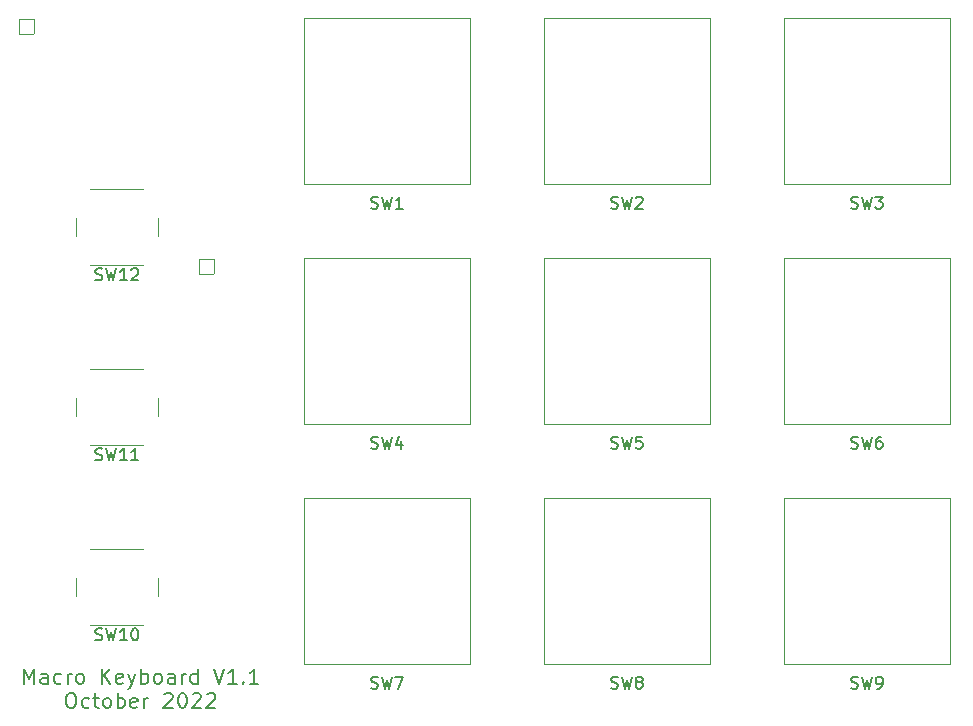
<source format=gto>
%TF.GenerationSoftware,KiCad,Pcbnew,(6.0.7-1)-1*%
%TF.CreationDate,2022-10-02T14:30:12-04:00*%
%TF.ProjectId,Macro_Keyboard_V1.1,4d616372-6f5f-44b6-9579-626f6172645f,1.1*%
%TF.SameCoordinates,Original*%
%TF.FileFunction,Legend,Top*%
%TF.FilePolarity,Positive*%
%FSLAX46Y46*%
G04 Gerber Fmt 4.6, Leading zero omitted, Abs format (unit mm)*
G04 Created by KiCad (PCBNEW (6.0.7-1)-1) date 2022-10-02 14:30:12*
%MOMM*%
%LPD*%
G01*
G04 APERTURE LIST*
G04 Aperture macros list*
%AMRoundRect*
0 Rectangle with rounded corners*
0 $1 Rounding radius*
0 $2 $3 $4 $5 $6 $7 $8 $9 X,Y pos of 4 corners*
0 Add a 4 corners polygon primitive as box body*
4,1,4,$2,$3,$4,$5,$6,$7,$8,$9,$2,$3,0*
0 Add four circle primitives for the rounded corners*
1,1,$1+$1,$2,$3*
1,1,$1+$1,$4,$5*
1,1,$1+$1,$6,$7*
1,1,$1+$1,$8,$9*
0 Add four rect primitives between the rounded corners*
20,1,$1+$1,$2,$3,$4,$5,0*
20,1,$1+$1,$4,$5,$6,$7,0*
20,1,$1+$1,$6,$7,$8,$9,0*
20,1,$1+$1,$8,$9,$2,$3,0*%
G04 Aperture macros list end*
%ADD10C,0.150000*%
%ADD11C,0.120000*%
%ADD12C,1.700000*%
%ADD13C,4.000000*%
%ADD14C,2.200000*%
%ADD15C,1.690600*%
%ADD16C,2.700000*%
%ADD17C,2.000000*%
%ADD18C,1.308000*%
%ADD19C,2.100000*%
%ADD20C,1.473200*%
%ADD21RoundRect,0.025400X0.635000X0.635000X-0.635000X0.635000X-0.635000X-0.635000X0.635000X-0.635000X0*%
G04 APERTURE END LIST*
D10*
X42944142Y-84896173D02*
X42944142Y-83626173D01*
X43367476Y-84533316D01*
X43790809Y-83626173D01*
X43790809Y-84896173D01*
X44939857Y-84896173D02*
X44939857Y-84230935D01*
X44879380Y-84109983D01*
X44758428Y-84049507D01*
X44516523Y-84049507D01*
X44395571Y-84109983D01*
X44939857Y-84835697D02*
X44818904Y-84896173D01*
X44516523Y-84896173D01*
X44395571Y-84835697D01*
X44335095Y-84714745D01*
X44335095Y-84593792D01*
X44395571Y-84472840D01*
X44516523Y-84412364D01*
X44818904Y-84412364D01*
X44939857Y-84351888D01*
X46088904Y-84835697D02*
X45967952Y-84896173D01*
X45726047Y-84896173D01*
X45605095Y-84835697D01*
X45544619Y-84775221D01*
X45484142Y-84654269D01*
X45484142Y-84291411D01*
X45544619Y-84170459D01*
X45605095Y-84109983D01*
X45726047Y-84049507D01*
X45967952Y-84049507D01*
X46088904Y-84109983D01*
X46633190Y-84896173D02*
X46633190Y-84049507D01*
X46633190Y-84291411D02*
X46693666Y-84170459D01*
X46754142Y-84109983D01*
X46875095Y-84049507D01*
X46996047Y-84049507D01*
X47600809Y-84896173D02*
X47479857Y-84835697D01*
X47419380Y-84775221D01*
X47358904Y-84654269D01*
X47358904Y-84291411D01*
X47419380Y-84170459D01*
X47479857Y-84109983D01*
X47600809Y-84049507D01*
X47782238Y-84049507D01*
X47903190Y-84109983D01*
X47963666Y-84170459D01*
X48024142Y-84291411D01*
X48024142Y-84654269D01*
X47963666Y-84775221D01*
X47903190Y-84835697D01*
X47782238Y-84896173D01*
X47600809Y-84896173D01*
X49536047Y-84896173D02*
X49536047Y-83626173D01*
X50261761Y-84896173D02*
X49717476Y-84170459D01*
X50261761Y-83626173D02*
X49536047Y-84351888D01*
X51289857Y-84835697D02*
X51168904Y-84896173D01*
X50927000Y-84896173D01*
X50806047Y-84835697D01*
X50745571Y-84714745D01*
X50745571Y-84230935D01*
X50806047Y-84109983D01*
X50927000Y-84049507D01*
X51168904Y-84049507D01*
X51289857Y-84109983D01*
X51350333Y-84230935D01*
X51350333Y-84351888D01*
X50745571Y-84472840D01*
X51773666Y-84049507D02*
X52076047Y-84896173D01*
X52378428Y-84049507D02*
X52076047Y-84896173D01*
X51955095Y-85198554D01*
X51894619Y-85259030D01*
X51773666Y-85319507D01*
X52862238Y-84896173D02*
X52862238Y-83626173D01*
X52862238Y-84109983D02*
X52983190Y-84049507D01*
X53225095Y-84049507D01*
X53346047Y-84109983D01*
X53406523Y-84170459D01*
X53467000Y-84291411D01*
X53467000Y-84654269D01*
X53406523Y-84775221D01*
X53346047Y-84835697D01*
X53225095Y-84896173D01*
X52983190Y-84896173D01*
X52862238Y-84835697D01*
X54192714Y-84896173D02*
X54071761Y-84835697D01*
X54011285Y-84775221D01*
X53950809Y-84654269D01*
X53950809Y-84291411D01*
X54011285Y-84170459D01*
X54071761Y-84109983D01*
X54192714Y-84049507D01*
X54374142Y-84049507D01*
X54495095Y-84109983D01*
X54555571Y-84170459D01*
X54616047Y-84291411D01*
X54616047Y-84654269D01*
X54555571Y-84775221D01*
X54495095Y-84835697D01*
X54374142Y-84896173D01*
X54192714Y-84896173D01*
X55704619Y-84896173D02*
X55704619Y-84230935D01*
X55644142Y-84109983D01*
X55523190Y-84049507D01*
X55281285Y-84049507D01*
X55160333Y-84109983D01*
X55704619Y-84835697D02*
X55583666Y-84896173D01*
X55281285Y-84896173D01*
X55160333Y-84835697D01*
X55099857Y-84714745D01*
X55099857Y-84593792D01*
X55160333Y-84472840D01*
X55281285Y-84412364D01*
X55583666Y-84412364D01*
X55704619Y-84351888D01*
X56309380Y-84896173D02*
X56309380Y-84049507D01*
X56309380Y-84291411D02*
X56369857Y-84170459D01*
X56430333Y-84109983D01*
X56551285Y-84049507D01*
X56672238Y-84049507D01*
X57639857Y-84896173D02*
X57639857Y-83626173D01*
X57639857Y-84835697D02*
X57518904Y-84896173D01*
X57277000Y-84896173D01*
X57156047Y-84835697D01*
X57095571Y-84775221D01*
X57035095Y-84654269D01*
X57035095Y-84291411D01*
X57095571Y-84170459D01*
X57156047Y-84109983D01*
X57277000Y-84049507D01*
X57518904Y-84049507D01*
X57639857Y-84109983D01*
X59030809Y-83626173D02*
X59454142Y-84896173D01*
X59877476Y-83626173D01*
X60966047Y-84896173D02*
X60240333Y-84896173D01*
X60603190Y-84896173D02*
X60603190Y-83626173D01*
X60482238Y-83807602D01*
X60361285Y-83928554D01*
X60240333Y-83989030D01*
X61510333Y-84775221D02*
X61570809Y-84835697D01*
X61510333Y-84896173D01*
X61449857Y-84835697D01*
X61510333Y-84775221D01*
X61510333Y-84896173D01*
X62780333Y-84896173D02*
X62054619Y-84896173D01*
X62417476Y-84896173D02*
X62417476Y-83626173D01*
X62296523Y-83807602D01*
X62175571Y-83928554D01*
X62054619Y-83989030D01*
X46814619Y-85670873D02*
X47056523Y-85670873D01*
X47177476Y-85731350D01*
X47298428Y-85852302D01*
X47358904Y-86094207D01*
X47358904Y-86517540D01*
X47298428Y-86759445D01*
X47177476Y-86880397D01*
X47056523Y-86940873D01*
X46814619Y-86940873D01*
X46693666Y-86880397D01*
X46572714Y-86759445D01*
X46512238Y-86517540D01*
X46512238Y-86094207D01*
X46572714Y-85852302D01*
X46693666Y-85731350D01*
X46814619Y-85670873D01*
X48447476Y-86880397D02*
X48326523Y-86940873D01*
X48084619Y-86940873D01*
X47963666Y-86880397D01*
X47903190Y-86819921D01*
X47842714Y-86698969D01*
X47842714Y-86336111D01*
X47903190Y-86215159D01*
X47963666Y-86154683D01*
X48084619Y-86094207D01*
X48326523Y-86094207D01*
X48447476Y-86154683D01*
X48810333Y-86094207D02*
X49294142Y-86094207D01*
X48991761Y-85670873D02*
X48991761Y-86759445D01*
X49052238Y-86880397D01*
X49173190Y-86940873D01*
X49294142Y-86940873D01*
X49898904Y-86940873D02*
X49777952Y-86880397D01*
X49717476Y-86819921D01*
X49657000Y-86698969D01*
X49657000Y-86336111D01*
X49717476Y-86215159D01*
X49777952Y-86154683D01*
X49898904Y-86094207D01*
X50080333Y-86094207D01*
X50201285Y-86154683D01*
X50261761Y-86215159D01*
X50322238Y-86336111D01*
X50322238Y-86698969D01*
X50261761Y-86819921D01*
X50201285Y-86880397D01*
X50080333Y-86940873D01*
X49898904Y-86940873D01*
X50866523Y-86940873D02*
X50866523Y-85670873D01*
X50866523Y-86154683D02*
X50987476Y-86094207D01*
X51229380Y-86094207D01*
X51350333Y-86154683D01*
X51410809Y-86215159D01*
X51471285Y-86336111D01*
X51471285Y-86698969D01*
X51410809Y-86819921D01*
X51350333Y-86880397D01*
X51229380Y-86940873D01*
X50987476Y-86940873D01*
X50866523Y-86880397D01*
X52499380Y-86880397D02*
X52378428Y-86940873D01*
X52136523Y-86940873D01*
X52015571Y-86880397D01*
X51955095Y-86759445D01*
X51955095Y-86275635D01*
X52015571Y-86154683D01*
X52136523Y-86094207D01*
X52378428Y-86094207D01*
X52499380Y-86154683D01*
X52559857Y-86275635D01*
X52559857Y-86396588D01*
X51955095Y-86517540D01*
X53104142Y-86940873D02*
X53104142Y-86094207D01*
X53104142Y-86336111D02*
X53164619Y-86215159D01*
X53225095Y-86154683D01*
X53346047Y-86094207D01*
X53467000Y-86094207D01*
X54797476Y-85791826D02*
X54857952Y-85731350D01*
X54978904Y-85670873D01*
X55281285Y-85670873D01*
X55402238Y-85731350D01*
X55462714Y-85791826D01*
X55523190Y-85912778D01*
X55523190Y-86033730D01*
X55462714Y-86215159D01*
X54737000Y-86940873D01*
X55523190Y-86940873D01*
X56309380Y-85670873D02*
X56430333Y-85670873D01*
X56551285Y-85731350D01*
X56611761Y-85791826D01*
X56672238Y-85912778D01*
X56732714Y-86154683D01*
X56732714Y-86457064D01*
X56672238Y-86698969D01*
X56611761Y-86819921D01*
X56551285Y-86880397D01*
X56430333Y-86940873D01*
X56309380Y-86940873D01*
X56188428Y-86880397D01*
X56127952Y-86819921D01*
X56067476Y-86698969D01*
X56007000Y-86457064D01*
X56007000Y-86154683D01*
X56067476Y-85912778D01*
X56127952Y-85791826D01*
X56188428Y-85731350D01*
X56309380Y-85670873D01*
X57216523Y-85791826D02*
X57277000Y-85731350D01*
X57397952Y-85670873D01*
X57700333Y-85670873D01*
X57821285Y-85731350D01*
X57881761Y-85791826D01*
X57942238Y-85912778D01*
X57942238Y-86033730D01*
X57881761Y-86215159D01*
X57156047Y-86940873D01*
X57942238Y-86940873D01*
X58426047Y-85791826D02*
X58486523Y-85731350D01*
X58607476Y-85670873D01*
X58909857Y-85670873D01*
X59030809Y-85731350D01*
X59091285Y-85791826D01*
X59151761Y-85912778D01*
X59151761Y-86033730D01*
X59091285Y-86215159D01*
X58365571Y-86940873D01*
X59151761Y-86940873D01*
%TO.C,SW7*%
X72326666Y-85267261D02*
X72469523Y-85314880D01*
X72707619Y-85314880D01*
X72802857Y-85267261D01*
X72850476Y-85219642D01*
X72898095Y-85124404D01*
X72898095Y-85029166D01*
X72850476Y-84933928D01*
X72802857Y-84886309D01*
X72707619Y-84838690D01*
X72517142Y-84791071D01*
X72421904Y-84743452D01*
X72374285Y-84695833D01*
X72326666Y-84600595D01*
X72326666Y-84505357D01*
X72374285Y-84410119D01*
X72421904Y-84362500D01*
X72517142Y-84314880D01*
X72755238Y-84314880D01*
X72898095Y-84362500D01*
X73231428Y-84314880D02*
X73469523Y-85314880D01*
X73660000Y-84600595D01*
X73850476Y-85314880D01*
X74088571Y-84314880D01*
X74374285Y-84314880D02*
X75040952Y-84314880D01*
X74612380Y-85314880D01*
%TO.C,SW8*%
X92646666Y-85267261D02*
X92789523Y-85314880D01*
X93027619Y-85314880D01*
X93122857Y-85267261D01*
X93170476Y-85219642D01*
X93218095Y-85124404D01*
X93218095Y-85029166D01*
X93170476Y-84933928D01*
X93122857Y-84886309D01*
X93027619Y-84838690D01*
X92837142Y-84791071D01*
X92741904Y-84743452D01*
X92694285Y-84695833D01*
X92646666Y-84600595D01*
X92646666Y-84505357D01*
X92694285Y-84410119D01*
X92741904Y-84362500D01*
X92837142Y-84314880D01*
X93075238Y-84314880D01*
X93218095Y-84362500D01*
X93551428Y-84314880D02*
X93789523Y-85314880D01*
X93980000Y-84600595D01*
X94170476Y-85314880D01*
X94408571Y-84314880D01*
X94932380Y-84743452D02*
X94837142Y-84695833D01*
X94789523Y-84648214D01*
X94741904Y-84552976D01*
X94741904Y-84505357D01*
X94789523Y-84410119D01*
X94837142Y-84362500D01*
X94932380Y-84314880D01*
X95122857Y-84314880D01*
X95218095Y-84362500D01*
X95265714Y-84410119D01*
X95313333Y-84505357D01*
X95313333Y-84552976D01*
X95265714Y-84648214D01*
X95218095Y-84695833D01*
X95122857Y-84743452D01*
X94932380Y-84743452D01*
X94837142Y-84791071D01*
X94789523Y-84838690D01*
X94741904Y-84933928D01*
X94741904Y-85124404D01*
X94789523Y-85219642D01*
X94837142Y-85267261D01*
X94932380Y-85314880D01*
X95122857Y-85314880D01*
X95218095Y-85267261D01*
X95265714Y-85219642D01*
X95313333Y-85124404D01*
X95313333Y-84933928D01*
X95265714Y-84838690D01*
X95218095Y-84791071D01*
X95122857Y-84743452D01*
%TO.C,SW2*%
X92646666Y-44627261D02*
X92789523Y-44674880D01*
X93027619Y-44674880D01*
X93122857Y-44627261D01*
X93170476Y-44579642D01*
X93218095Y-44484404D01*
X93218095Y-44389166D01*
X93170476Y-44293928D01*
X93122857Y-44246309D01*
X93027619Y-44198690D01*
X92837142Y-44151071D01*
X92741904Y-44103452D01*
X92694285Y-44055833D01*
X92646666Y-43960595D01*
X92646666Y-43865357D01*
X92694285Y-43770119D01*
X92741904Y-43722500D01*
X92837142Y-43674880D01*
X93075238Y-43674880D01*
X93218095Y-43722500D01*
X93551428Y-43674880D02*
X93789523Y-44674880D01*
X93980000Y-43960595D01*
X94170476Y-44674880D01*
X94408571Y-43674880D01*
X94741904Y-43770119D02*
X94789523Y-43722500D01*
X94884761Y-43674880D01*
X95122857Y-43674880D01*
X95218095Y-43722500D01*
X95265714Y-43770119D01*
X95313333Y-43865357D01*
X95313333Y-43960595D01*
X95265714Y-44103452D01*
X94694285Y-44674880D01*
X95313333Y-44674880D01*
%TO.C,SW6*%
X112966666Y-64947261D02*
X113109523Y-64994880D01*
X113347619Y-64994880D01*
X113442857Y-64947261D01*
X113490476Y-64899642D01*
X113538095Y-64804404D01*
X113538095Y-64709166D01*
X113490476Y-64613928D01*
X113442857Y-64566309D01*
X113347619Y-64518690D01*
X113157142Y-64471071D01*
X113061904Y-64423452D01*
X113014285Y-64375833D01*
X112966666Y-64280595D01*
X112966666Y-64185357D01*
X113014285Y-64090119D01*
X113061904Y-64042500D01*
X113157142Y-63994880D01*
X113395238Y-63994880D01*
X113538095Y-64042500D01*
X113871428Y-63994880D02*
X114109523Y-64994880D01*
X114300000Y-64280595D01*
X114490476Y-64994880D01*
X114728571Y-63994880D01*
X115538095Y-63994880D02*
X115347619Y-63994880D01*
X115252380Y-64042500D01*
X115204761Y-64090119D01*
X115109523Y-64232976D01*
X115061904Y-64423452D01*
X115061904Y-64804404D01*
X115109523Y-64899642D01*
X115157142Y-64947261D01*
X115252380Y-64994880D01*
X115442857Y-64994880D01*
X115538095Y-64947261D01*
X115585714Y-64899642D01*
X115633333Y-64804404D01*
X115633333Y-64566309D01*
X115585714Y-64471071D01*
X115538095Y-64423452D01*
X115442857Y-64375833D01*
X115252380Y-64375833D01*
X115157142Y-64423452D01*
X115109523Y-64471071D01*
X115061904Y-64566309D01*
%TO.C,SW11*%
X48990476Y-65936761D02*
X49133333Y-65984380D01*
X49371428Y-65984380D01*
X49466666Y-65936761D01*
X49514285Y-65889142D01*
X49561904Y-65793904D01*
X49561904Y-65698666D01*
X49514285Y-65603428D01*
X49466666Y-65555809D01*
X49371428Y-65508190D01*
X49180952Y-65460571D01*
X49085714Y-65412952D01*
X49038095Y-65365333D01*
X48990476Y-65270095D01*
X48990476Y-65174857D01*
X49038095Y-65079619D01*
X49085714Y-65032000D01*
X49180952Y-64984380D01*
X49419047Y-64984380D01*
X49561904Y-65032000D01*
X49895238Y-64984380D02*
X50133333Y-65984380D01*
X50323809Y-65270095D01*
X50514285Y-65984380D01*
X50752380Y-64984380D01*
X51657142Y-65984380D02*
X51085714Y-65984380D01*
X51371428Y-65984380D02*
X51371428Y-64984380D01*
X51276190Y-65127238D01*
X51180952Y-65222476D01*
X51085714Y-65270095D01*
X52609523Y-65984380D02*
X52038095Y-65984380D01*
X52323809Y-65984380D02*
X52323809Y-64984380D01*
X52228571Y-65127238D01*
X52133333Y-65222476D01*
X52038095Y-65270095D01*
%TO.C,SW4*%
X72326666Y-64947261D02*
X72469523Y-64994880D01*
X72707619Y-64994880D01*
X72802857Y-64947261D01*
X72850476Y-64899642D01*
X72898095Y-64804404D01*
X72898095Y-64709166D01*
X72850476Y-64613928D01*
X72802857Y-64566309D01*
X72707619Y-64518690D01*
X72517142Y-64471071D01*
X72421904Y-64423452D01*
X72374285Y-64375833D01*
X72326666Y-64280595D01*
X72326666Y-64185357D01*
X72374285Y-64090119D01*
X72421904Y-64042500D01*
X72517142Y-63994880D01*
X72755238Y-63994880D01*
X72898095Y-64042500D01*
X73231428Y-63994880D02*
X73469523Y-64994880D01*
X73660000Y-64280595D01*
X73850476Y-64994880D01*
X74088571Y-63994880D01*
X74898095Y-64328214D02*
X74898095Y-64994880D01*
X74660000Y-63947261D02*
X74421904Y-64661547D01*
X75040952Y-64661547D01*
%TO.C,SW9*%
X112966666Y-85267261D02*
X113109523Y-85314880D01*
X113347619Y-85314880D01*
X113442857Y-85267261D01*
X113490476Y-85219642D01*
X113538095Y-85124404D01*
X113538095Y-85029166D01*
X113490476Y-84933928D01*
X113442857Y-84886309D01*
X113347619Y-84838690D01*
X113157142Y-84791071D01*
X113061904Y-84743452D01*
X113014285Y-84695833D01*
X112966666Y-84600595D01*
X112966666Y-84505357D01*
X113014285Y-84410119D01*
X113061904Y-84362500D01*
X113157142Y-84314880D01*
X113395238Y-84314880D01*
X113538095Y-84362500D01*
X113871428Y-84314880D02*
X114109523Y-85314880D01*
X114300000Y-84600595D01*
X114490476Y-85314880D01*
X114728571Y-84314880D01*
X115157142Y-85314880D02*
X115347619Y-85314880D01*
X115442857Y-85267261D01*
X115490476Y-85219642D01*
X115585714Y-85076785D01*
X115633333Y-84886309D01*
X115633333Y-84505357D01*
X115585714Y-84410119D01*
X115538095Y-84362500D01*
X115442857Y-84314880D01*
X115252380Y-84314880D01*
X115157142Y-84362500D01*
X115109523Y-84410119D01*
X115061904Y-84505357D01*
X115061904Y-84743452D01*
X115109523Y-84838690D01*
X115157142Y-84886309D01*
X115252380Y-84933928D01*
X115442857Y-84933928D01*
X115538095Y-84886309D01*
X115585714Y-84838690D01*
X115633333Y-84743452D01*
%TO.C,SW1*%
X72326666Y-44627261D02*
X72469523Y-44674880D01*
X72707619Y-44674880D01*
X72802857Y-44627261D01*
X72850476Y-44579642D01*
X72898095Y-44484404D01*
X72898095Y-44389166D01*
X72850476Y-44293928D01*
X72802857Y-44246309D01*
X72707619Y-44198690D01*
X72517142Y-44151071D01*
X72421904Y-44103452D01*
X72374285Y-44055833D01*
X72326666Y-43960595D01*
X72326666Y-43865357D01*
X72374285Y-43770119D01*
X72421904Y-43722500D01*
X72517142Y-43674880D01*
X72755238Y-43674880D01*
X72898095Y-43722500D01*
X73231428Y-43674880D02*
X73469523Y-44674880D01*
X73660000Y-43960595D01*
X73850476Y-44674880D01*
X74088571Y-43674880D01*
X74993333Y-44674880D02*
X74421904Y-44674880D01*
X74707619Y-44674880D02*
X74707619Y-43674880D01*
X74612380Y-43817738D01*
X74517142Y-43912976D01*
X74421904Y-43960595D01*
%TO.C,SW5*%
X92646666Y-64947261D02*
X92789523Y-64994880D01*
X93027619Y-64994880D01*
X93122857Y-64947261D01*
X93170476Y-64899642D01*
X93218095Y-64804404D01*
X93218095Y-64709166D01*
X93170476Y-64613928D01*
X93122857Y-64566309D01*
X93027619Y-64518690D01*
X92837142Y-64471071D01*
X92741904Y-64423452D01*
X92694285Y-64375833D01*
X92646666Y-64280595D01*
X92646666Y-64185357D01*
X92694285Y-64090119D01*
X92741904Y-64042500D01*
X92837142Y-63994880D01*
X93075238Y-63994880D01*
X93218095Y-64042500D01*
X93551428Y-63994880D02*
X93789523Y-64994880D01*
X93980000Y-64280595D01*
X94170476Y-64994880D01*
X94408571Y-63994880D01*
X95265714Y-63994880D02*
X94789523Y-63994880D01*
X94741904Y-64471071D01*
X94789523Y-64423452D01*
X94884761Y-64375833D01*
X95122857Y-64375833D01*
X95218095Y-64423452D01*
X95265714Y-64471071D01*
X95313333Y-64566309D01*
X95313333Y-64804404D01*
X95265714Y-64899642D01*
X95218095Y-64947261D01*
X95122857Y-64994880D01*
X94884761Y-64994880D01*
X94789523Y-64947261D01*
X94741904Y-64899642D01*
%TO.C,SW10*%
X48990476Y-81176761D02*
X49133333Y-81224380D01*
X49371428Y-81224380D01*
X49466666Y-81176761D01*
X49514285Y-81129142D01*
X49561904Y-81033904D01*
X49561904Y-80938666D01*
X49514285Y-80843428D01*
X49466666Y-80795809D01*
X49371428Y-80748190D01*
X49180952Y-80700571D01*
X49085714Y-80652952D01*
X49038095Y-80605333D01*
X48990476Y-80510095D01*
X48990476Y-80414857D01*
X49038095Y-80319619D01*
X49085714Y-80272000D01*
X49180952Y-80224380D01*
X49419047Y-80224380D01*
X49561904Y-80272000D01*
X49895238Y-80224380D02*
X50133333Y-81224380D01*
X50323809Y-80510095D01*
X50514285Y-81224380D01*
X50752380Y-80224380D01*
X51657142Y-81224380D02*
X51085714Y-81224380D01*
X51371428Y-81224380D02*
X51371428Y-80224380D01*
X51276190Y-80367238D01*
X51180952Y-80462476D01*
X51085714Y-80510095D01*
X52276190Y-80224380D02*
X52371428Y-80224380D01*
X52466666Y-80272000D01*
X52514285Y-80319619D01*
X52561904Y-80414857D01*
X52609523Y-80605333D01*
X52609523Y-80843428D01*
X52561904Y-81033904D01*
X52514285Y-81129142D01*
X52466666Y-81176761D01*
X52371428Y-81224380D01*
X52276190Y-81224380D01*
X52180952Y-81176761D01*
X52133333Y-81129142D01*
X52085714Y-81033904D01*
X52038095Y-80843428D01*
X52038095Y-80605333D01*
X52085714Y-80414857D01*
X52133333Y-80319619D01*
X52180952Y-80272000D01*
X52276190Y-80224380D01*
%TO.C,SW3*%
X112966666Y-44627261D02*
X113109523Y-44674880D01*
X113347619Y-44674880D01*
X113442857Y-44627261D01*
X113490476Y-44579642D01*
X113538095Y-44484404D01*
X113538095Y-44389166D01*
X113490476Y-44293928D01*
X113442857Y-44246309D01*
X113347619Y-44198690D01*
X113157142Y-44151071D01*
X113061904Y-44103452D01*
X113014285Y-44055833D01*
X112966666Y-43960595D01*
X112966666Y-43865357D01*
X113014285Y-43770119D01*
X113061904Y-43722500D01*
X113157142Y-43674880D01*
X113395238Y-43674880D01*
X113538095Y-43722500D01*
X113871428Y-43674880D02*
X114109523Y-44674880D01*
X114300000Y-43960595D01*
X114490476Y-44674880D01*
X114728571Y-43674880D01*
X115014285Y-43674880D02*
X115633333Y-43674880D01*
X115300000Y-44055833D01*
X115442857Y-44055833D01*
X115538095Y-44103452D01*
X115585714Y-44151071D01*
X115633333Y-44246309D01*
X115633333Y-44484404D01*
X115585714Y-44579642D01*
X115538095Y-44627261D01*
X115442857Y-44674880D01*
X115157142Y-44674880D01*
X115061904Y-44627261D01*
X115014285Y-44579642D01*
%TO.C,SW12*%
X48990476Y-50696761D02*
X49133333Y-50744380D01*
X49371428Y-50744380D01*
X49466666Y-50696761D01*
X49514285Y-50649142D01*
X49561904Y-50553904D01*
X49561904Y-50458666D01*
X49514285Y-50363428D01*
X49466666Y-50315809D01*
X49371428Y-50268190D01*
X49180952Y-50220571D01*
X49085714Y-50172952D01*
X49038095Y-50125333D01*
X48990476Y-50030095D01*
X48990476Y-49934857D01*
X49038095Y-49839619D01*
X49085714Y-49792000D01*
X49180952Y-49744380D01*
X49419047Y-49744380D01*
X49561904Y-49792000D01*
X49895238Y-49744380D02*
X50133333Y-50744380D01*
X50323809Y-50030095D01*
X50514285Y-50744380D01*
X50752380Y-49744380D01*
X51657142Y-50744380D02*
X51085714Y-50744380D01*
X51371428Y-50744380D02*
X51371428Y-49744380D01*
X51276190Y-49887238D01*
X51180952Y-49982476D01*
X51085714Y-50030095D01*
X52038095Y-49839619D02*
X52085714Y-49792000D01*
X52180952Y-49744380D01*
X52419047Y-49744380D01*
X52514285Y-49792000D01*
X52561904Y-49839619D01*
X52609523Y-49934857D01*
X52609523Y-50030095D01*
X52561904Y-50172952D01*
X51990476Y-50744380D01*
X52609523Y-50744380D01*
D11*
%TO.C,SW7*%
X66660000Y-69200000D02*
X80660000Y-69200000D01*
X80660000Y-83200000D02*
X66660000Y-83200000D01*
X66660000Y-83200000D02*
X66660000Y-69200000D01*
X80660000Y-83200000D02*
X80660000Y-69200000D01*
%TO.C,SW8*%
X100980000Y-83200000D02*
X100980000Y-69200000D01*
X86980000Y-69200000D02*
X100980000Y-69200000D01*
X100980000Y-83200000D02*
X86980000Y-83200000D01*
X86980000Y-83200000D02*
X86980000Y-69200000D01*
%TO.C,SW2*%
X100980000Y-42560000D02*
X100980000Y-28560000D01*
X100980000Y-42560000D02*
X86980000Y-42560000D01*
X86980000Y-28560000D02*
X100980000Y-28560000D01*
X86980000Y-42560000D02*
X86980000Y-28560000D01*
%TO.C,SW6*%
X107300000Y-48880000D02*
X121300000Y-48880000D01*
X121300000Y-62880000D02*
X107300000Y-62880000D01*
X121300000Y-62880000D02*
X121300000Y-48880000D01*
X107300000Y-62880000D02*
X107300000Y-48880000D01*
%TO.C,SW11*%
X53050000Y-58218000D02*
X48550000Y-58218000D01*
X54300000Y-62218000D02*
X54300000Y-60718000D01*
X48550000Y-64718000D02*
X53050000Y-64718000D01*
X47300000Y-60718000D02*
X47300000Y-62218000D01*
%TO.C,SW4*%
X66660000Y-48880000D02*
X80660000Y-48880000D01*
X80660000Y-62880000D02*
X66660000Y-62880000D01*
X66660000Y-62880000D02*
X66660000Y-48880000D01*
X80660000Y-62880000D02*
X80660000Y-48880000D01*
%TO.C,SW9*%
X107300000Y-83200000D02*
X107300000Y-69200000D01*
X107300000Y-69200000D02*
X121300000Y-69200000D01*
X121300000Y-83200000D02*
X121300000Y-69200000D01*
X121300000Y-83200000D02*
X107300000Y-83200000D01*
%TO.C,SW1*%
X80660000Y-42560000D02*
X80660000Y-28560000D01*
X66660000Y-28560000D02*
X80660000Y-28560000D01*
X80660000Y-42560000D02*
X66660000Y-42560000D01*
X66660000Y-42560000D02*
X66660000Y-28560000D01*
%TO.C,SW5*%
X86980000Y-62880000D02*
X86980000Y-48880000D01*
X100980000Y-62880000D02*
X100980000Y-48880000D01*
X100980000Y-62880000D02*
X86980000Y-62880000D01*
X86980000Y-48880000D02*
X100980000Y-48880000D01*
%TO.C,SW10*%
X47300000Y-75958000D02*
X47300000Y-77458000D01*
X54300000Y-77458000D02*
X54300000Y-75958000D01*
X48550000Y-79958000D02*
X53050000Y-79958000D01*
X53050000Y-73458000D02*
X48550000Y-73458000D01*
%TO.C,SW3*%
X121300000Y-42560000D02*
X107300000Y-42560000D01*
X107300000Y-28560000D02*
X121300000Y-28560000D01*
X121300000Y-42560000D02*
X121300000Y-28560000D01*
X107300000Y-42560000D02*
X107300000Y-28560000D01*
%TO.C,SW12*%
X54300000Y-46978000D02*
X54300000Y-45478000D01*
X47300000Y-45478000D02*
X47300000Y-46978000D01*
X48550000Y-49478000D02*
X53050000Y-49478000D01*
X53050000Y-42978000D02*
X48550000Y-42978000D01*
%TD*%
%LPC*%
D12*
%TO.C,SW7*%
X68580000Y-76200000D03*
X78740000Y-76200000D03*
D13*
X73660000Y-76200000D03*
D14*
X77470000Y-78740000D03*
X71120000Y-81280000D03*
D15*
X74930000Y-71120000D03*
X72390000Y-71120000D03*
%TD*%
D12*
%TO.C,SW8*%
X88900000Y-76200000D03*
D13*
X93980000Y-76200000D03*
D12*
X99060000Y-76200000D03*
D14*
X97790000Y-78740000D03*
X91440000Y-81280000D03*
D15*
X95250000Y-71120000D03*
X92710000Y-71120000D03*
%TD*%
D13*
%TO.C,SW2*%
X93980000Y-35560000D03*
D12*
X99060000Y-35560000D03*
X88900000Y-35560000D03*
D14*
X97790000Y-38100000D03*
X91440000Y-40640000D03*
D15*
X95250000Y-30480000D03*
X92710000Y-30480000D03*
%TD*%
D16*
%TO.C,REF\u002A\u002A*%
X124460000Y-86360000D03*
%TD*%
D12*
%TO.C,SW6*%
X119380000Y-55880000D03*
X109220000Y-55880000D03*
D13*
X114300000Y-55880000D03*
D14*
X118110000Y-58420000D03*
X111760000Y-60960000D03*
D15*
X115570000Y-50800000D03*
X113030000Y-50800000D03*
%TD*%
D17*
%TO.C,SW11*%
X54050000Y-59218000D03*
X47550000Y-59218000D03*
X54050000Y-63718000D03*
X47550000Y-63718000D03*
%TD*%
D12*
%TO.C,SW4*%
X68580000Y-55880000D03*
X78740000Y-55880000D03*
D13*
X73660000Y-55880000D03*
D14*
X77470000Y-58420000D03*
X71120000Y-60960000D03*
D15*
X74930000Y-50800000D03*
X72390000Y-50800000D03*
%TD*%
D12*
%TO.C,SW9*%
X109220000Y-76200000D03*
X119380000Y-76200000D03*
D13*
X114300000Y-76200000D03*
D14*
X118110000Y-78740000D03*
X111760000Y-81280000D03*
D15*
X115570000Y-71120000D03*
X113030000Y-71120000D03*
%TD*%
D12*
%TO.C,SW1*%
X68580000Y-35560000D03*
X78740000Y-35560000D03*
D13*
X73660000Y-35560000D03*
D14*
X77470000Y-38100000D03*
X71120000Y-40640000D03*
D15*
X74930000Y-30480000D03*
X72390000Y-30480000D03*
%TD*%
D12*
%TO.C,SW5*%
X88900000Y-55880000D03*
X99060000Y-55880000D03*
D13*
X93980000Y-55880000D03*
D14*
X97790000Y-58420000D03*
X91440000Y-60960000D03*
D15*
X95250000Y-50800000D03*
X92710000Y-50800000D03*
%TD*%
D16*
%TO.C,REF\u002A\u002A*%
X39116000Y-86360000D03*
%TD*%
%TO.C,REF\u002A\u002A*%
X39116000Y-25400000D03*
%TD*%
D17*
%TO.C,SW10*%
X47550000Y-74458000D03*
X54050000Y-74458000D03*
X54050000Y-78958000D03*
X47550000Y-78958000D03*
%TD*%
D13*
%TO.C,SW3*%
X114300000Y-35560000D03*
D12*
X119380000Y-35560000D03*
X109220000Y-35560000D03*
D14*
X118110000Y-38100000D03*
X111760000Y-40640000D03*
D15*
X115570000Y-30480000D03*
X113030000Y-30480000D03*
%TD*%
D16*
%TO.C,REF\u002A\u002A*%
X124460000Y-25400000D03*
%TD*%
D17*
%TO.C,SW12*%
X54050000Y-43978000D03*
X47550000Y-43978000D03*
X47550000Y-48478000D03*
X54050000Y-48478000D03*
%TD*%
D18*
%TO.C,SW13*%
X64548000Y-24892000D03*
X66548000Y-24892000D03*
X68548000Y-24892000D03*
D19*
X62398000Y-24892000D03*
X70698000Y-24892000D03*
%TD*%
D20*
%TO.C,U1*%
X43180000Y-26733638D03*
D21*
X43180000Y-29273638D03*
D20*
X43180000Y-31813638D03*
X43180000Y-34353638D03*
X43180000Y-36893638D03*
X43180000Y-39433638D03*
X43180000Y-41973638D03*
X43180000Y-44513638D03*
X43180000Y-47053638D03*
X43180000Y-49593638D03*
X43180000Y-52133638D03*
X58420000Y-54673638D03*
X58420000Y-52133638D03*
D21*
X58420000Y-49593638D03*
D20*
X58420000Y-47053638D03*
X58420000Y-44513638D03*
X58420000Y-41973638D03*
X58420000Y-39433638D03*
X58420000Y-36893638D03*
X58420000Y-34353638D03*
X58420000Y-31813638D03*
X58420000Y-29273638D03*
X58420000Y-26733638D03*
%TD*%
M02*

</source>
